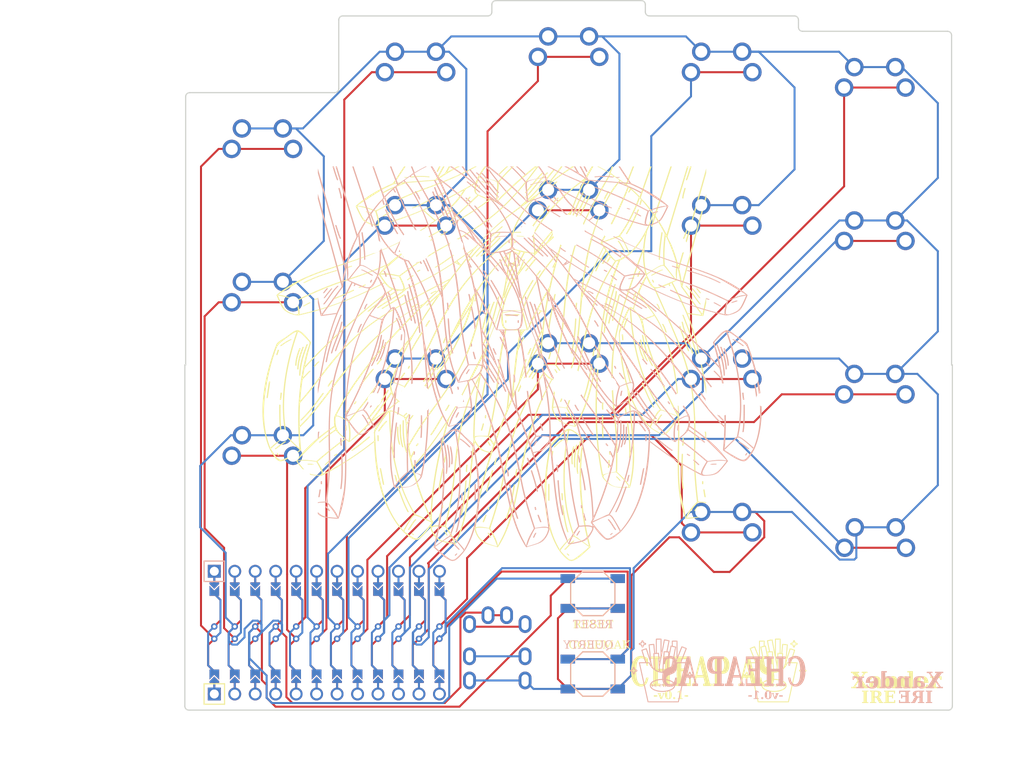
<source format=kicad_pcb>
(kicad_pcb (version 20221018) (generator pcbnew)
  (title_block (title "chips-34") (rev "v1.0.0") (company "Unknown"))
  (layers (0 "F.Cu" signal) (31 "B.Cu" signal) (34 "B.Paste" user) (35 "F.Paste" user) (36 "B.SilkS" user "B.Silkscreen") (37 "F.SilkS" user "F.Silkscreen") (38 "B.Mask" user) (39 "F.Mask" user) (44 "Edge.Cuts" user))
  (net 0 "")
  (net 1 "GND")
  (net 2 "matrix_pinky_bottom")
  (net 3 "matrix_pinky_home")
  (net 4 "matrix_pinky_top")
  (net 5 "matrix_ring_bottom")
  (net 6 "matrix_ring_home")
  (net 7 "matrix_ring_top")
  (net 8 "matrix_middle_bottom")
  (net 9 "matrix_middle_home")
  (net 10 "matrix_middle_top")
  (net 11 "matrix_index_bottom")
  (net 12 "matrix_index_home")
  (net 13 "matrix_index_top")
  (net 14 "matrix_inner_bottom")
  (net 15 "matrix_inner_home")
  (net 16 "matrix_inner_top")
  (net 17 "thumb_resting")
  (net 18 "thumb_stretch")
  (net 19 "RAW")
  (net 20 "RST")
  (net 21 "VCC")
  (net 22 "P9")
  (net 23 "P2")
  (net 24 "P3")
  (footprint "E73:SW_TACT_ALPS_SKQGABE010" (layer "F.Cu") (at 216.36 163.16)
    (fp_text reference "B1" hide)
    (fp_text value "" hide)
  )
  (footprint "MX" (layer "F.Cu") (at 194.36 100.965)
    (fp_text reference "S6" hide)
    (fp_text value "" hide)
  )
  (footprint "MX" (layer "F.Cu") (at 194.36 139.065)
    (fp_text reference "S4" hide)
    (fp_text value "" hide)
  )
  (footprint "LOGO" (layer "F.Cu") (at 238.76 172.72)
    (fp_text reference "G***" hide)
    (fp_text value "LOGO" hide)
  )
  (footprint "MX" (layer "F.Cu") (at 251.41 160.02)
    (fp_text reference "S16" hide)
    (fp_text value "" hide)
  )
  (footprint "E73:SW_TACT_ALPS_SKQGABE010" (layer "F.Cu") (at 216.36 173.16)
    (fp_text reference "B3" hide)
    (fp_text value "" hide)
  )
  (footprint "MX" (layer "F.Cu") (at 175.36 129.54)
    (fp_text reference "S2" hide)
    (fp_text value "" hide)
  )
  (footprint "ProMicro" (layer "F.Cu") (at 183.36 168.021)
    (fp_text reference "MCU1" hide)
    (fp_text value "")
  )
  (footprint "MX" (layer "F.Cu") (at 213.36 137.16)
    (fp_text reference "S7" hide)
    (fp_text value "" hide)
  )
  (footprint "E73:SW_TACT_ALPS_SKQGABE010" (layer "F.Cu") (at 216.36 173.16)
    (fp_text reference "B4" hide)
    (fp_text value "" hide)
  )
  (footprint "MX" (layer "F.Cu") (at 175.36 110.49)
    (fp_text reference "S3" hide)
    (fp_text value "" hide)
  )
  (footprint "MX" (layer "F.Cu") (at 175.36 148.59)
    (fp_text reference "S1" hide)
    (fp_text value "" hide)
  )
  (footprint "LOGO" (layer "F.Cu") (at 185.42 140.098572 180)
    (fp_text reference "G***" hide)
    (fp_text value "LOGO" hide)
  )
  (footprint "MX" (layer "F.Cu") (at 213.36 118.11)
    (fp_text reference "S8" hide)
    (fp_text value "" hide)
  )
  (footprint "MX" (layer "F.Cu") (at 251.36 121.92)
    (fp_text reference "S14" hide)
    (fp_text value "" hide)
  )
  (footprint "TRRS-PJ-320A-dual" (layer "F.Cu") (at 203.36 177.16 180)
    (fp_text reference "TRRS1")
    (fp_text value "TRRS-PJ-320A-dual")
  )
  (footprint "MX" (layer "F.Cu") (at 194.36 120.015)
    (fp_text reference "S5" hide)
    (fp_text value "" hide)
  )
  (footprint "MX" (layer "F.Cu") (at 232.36 139.065)
    (fp_text reference "S10" hide)
    (fp_text value "" hide)
  )
  (footprint "MX" (layer "F.Cu") (at 232.36 158.115)
    (fp_text reference "S17" hide)
    (fp_text value "" hide)
  )
  (footprint "MX" (layer "F.Cu") (at 251.36 140.97)
    (fp_text reference "S13" hide)
    (fp_text value "" hide)
  )
  (footprint "MX" (layer "F.Cu") (at 213.36 99.06)
    (fp_text reference "S9" hide)
    (fp_text value "" hide)
  )
  (footprint "MX" (layer "F.Cu") (at 232.36 100.965)
    (fp_text reference "S12" hide)
    (fp_text value "" hide)
  )
  (footprint "E73:SW_TACT_ALPS_SKQGABE010" (layer "F.Cu") (at 216.36 163.16)
    (fp_text reference "B2" hide)
    (fp_text value "" hide)
  )
  (footprint "MX" (layer "F.Cu") (at 232.36 120.015)
    (fp_text reference "S11" hide)
    (fp_text value "" hide)
  )
  (footprint "MX" (layer "F.Cu") (at 251.36 102.87)
    (fp_text reference "S15" hide)
    (fp_text value "" hide)
  )
  (footprint "LOGO" (layer "B.Cu") (at 227.257339 140.098572)
    (fp_text reference "G***" hide)
    (fp_text value "LOGO" hide)
  )
  (footprint "LOGO" (layer "B.Cu") (at 225.098166 172.72 180)
    (fp_text reference "G***" hide)
    (fp_text value "LOGO" hide)
  )
  (gr_arc (start 203.835 90.94) (mid 203.688553 91.293553) (end 203.335 91.44) (stroke (width 0.15)) (layer "Edge.Cuts"))
  (gr_arc (start 165.835 101.465) (mid 165.981447 101.111447) (end 166.335 100.965) (stroke (width 0.15)) (layer "Edge.Cuts"))
  (gr_line (start 241.385 91.44) (end 223.385 91.44) (stroke (width 0.15)) (layer "Edge.Cuts"))
  (gr_arc (start 184.835 91.94) (mid 184.981447 91.586447) (end 185.335 91.44) (stroke (width 0.15)) (layer "Edge.Cuts"))
  (gr_line (start 165.735 134.77875) (end 165.735 177.14125) (stroke (width 0.15)) (layer "Edge.Cuts"))
  (gr_arc (start 260.385 93.345) (mid 260.738553 93.491447) (end 260.885 93.845) (stroke (width 0.15)) (layer "Edge.Cuts"))
  (gr_line (start 260.885 134.77875) (end 260.885 93.845) (stroke (width 0.15)) (layer "Edge.Cuts"))
  (gr_line (start 260.385 93.345) (end 242.385 93.345) (stroke (width 0.15)) (layer "Edge.Cuts"))
  (gr_line (start 222.885 90.94) (end 222.885 90.035) (stroke (width 0.15)) (layer "Edge.Cuts"))
  (gr_arc (start 223.385 91.44) (mid 223.031447 91.293553) (end 222.885 90.94) (stroke (width 0.15)) (layer "Edge.Cuts"))
  (gr_line (start 165.835 134.77875) (end 165.835 101.465) (stroke (width 0.15)) (layer "Edge.Cuts"))
  (gr_line (start 203.335 91.44) (end 185.335 91.44) (stroke (width 0.15)) (layer "Edge.Cuts"))
  (gr_arc (start 242.385 93.345) (mid 242.031447 93.198553) (end 241.885 92.845) (stroke (width 0.15)) (layer "Edge.Cuts"))
  (gr_line (start 184.835 91.94) (end 184.835 100.465) (stroke (width 0.15)) (layer "Edge.Cuts"))
  (gr_line (start 260.985 134.77875) (end 260.885 134.77875) (stroke (width 0.15)) (layer "Edge.Cuts"))
  (gr_line (start 166.235 177.64125) (end 260.485 177.64125) (stroke (width 0.15)) (layer "Edge.Cuts"))
  (gr_arc (start 184.835 100.465) (mid 184.688553 100.818553) (end 184.335 100.965) (stroke (width 0.15)) (layer "Edge.Cuts"))
  (gr_arc (start 241.385 91.44) (mid 241.738553 91.586447) (end 241.885 91.94) (stroke (width 0.15)) (layer "Edge.Cuts"))
  (gr_line (start 222.385 89.535) (end 204.335 89.535) (stroke (width 0.15)) (layer "Edge.Cuts"))
  (gr_line (start 203.835 90.035) (end 203.835 90.94) (stroke (width 0.15)) (layer "Edge.Cuts"))
  (gr_arc (start 203.835 90.035) (mid 203.981447 89.681447) (end 204.335 89.535) (stroke (width 0.15)) (layer "Edge.Cuts"))
  (gr_line (start 260.985 177.14125) (end 260.985 134.77875) (stroke (width 0.15)) (layer "Edge.Cuts"))
  (gr_arc (start 166.235 177.64125) (mid 165.881447 177.494803) (end 165.735 177.14125) (stroke (width 0.15)) (layer "Edge.Cuts"))
  (gr_arc (start 222.385 89.535) (mid 222.738553 89.681447) (end 222.885 90.035) (stroke (width 0.15)) (layer "Edge.Cuts"))
  (gr_line (start 165.835 134.77875) (end 165.735 134.77875) (stroke (width 0.15)) (layer "Edge.Cuts"))
  (gr_line (start 184.335 100.965) (end 166.335 100.965) (stroke (width 0.15)) (layer "Edge.Cuts"))
  (gr_arc (start 260.985 177.14125) (mid 260.838553 177.494803) (end 260.485 177.64125) (stroke (width 0.15)) (layer "Edge.Cuts"))
  (gr_line (start 241.885 92.845) (end 241.885 91.94) (stroke (width 0.15)) (layer "Edge.Cuts"))
  (gr_text "QUERTY" (at 218.94 170.18) (layer "B.SilkS") (effects (font (size 1 1) (thickness 0.125)) (justify left bottom mirror)))
  (gr_text "Xander" (at 254.25 175.26) (layer "B.SilkS") (effects (font (size 2 2) (thickness 0.3) bold italic) (justify bottom mirror)))
  (gr_text "IRE" (at 254.25 175.26) (layer "B.SilkS") (effects (font (size 1.5 1.5) (thickness 0.3) bold italic) (justify right top mirror)))
  (gr_text "CHEAP AS" (at 242.878166 175.26) (layer "B.SilkS") (effects (font (size 3.6 2.2) (thickness 0.3) bold) (justify left bottom mirror)))
  (gr_text "-v0.1-" (at 237.798166 175.26) (layer "B.SilkS") (effects (font (size 1 1) (thickness 0.25) bold) (justify top mirror)))
  (gr_text "RESET" (at 216.4 167.64) (layer "B.SilkS") (effects (font (size 1 1) (thickness 0.125)) (justify bottom mirror)))
  (gr_text "-v0.1-" (at 226.06 175.26) (layer "F.SilkS") (effects (font (size 1 1) (thickness 0.25) bold) (justify top)))
  (gr_text "COLEMAK" (at 213.36 170.18) (layer "F.SilkS") (effects (font (size 1 1) (thickness 0.125)) (justify left bottom)))
  (gr_text "Xander" (at 254 175.26) (layer "F.SilkS") (effects (font (size 2 2) (thickness 0.3) bold italic) (justify bottom)))
  (gr_text "CHEAP AS" (at 220.98 175.26) (layer "F.SilkS") (effects (font (size 3.6 2.2) (thickness 0.3) bold) (justify left bottom)))
  (gr_text "RESET" (at 216.4 167.64) (layer "F.SilkS") (effects (font (size 1 1) (thickness 0.125)) (justify bottom)))
  (gr_text "IRE" (at 254 175.26) (layer "F.SilkS") (effects (font (size 1.5 1.5) (thickness 0.3) bold italic) (justify right top)))
  (segment (start 219.46 175.01) (end 213.26 175.01) (width 0.25) (layer "F.Cu") (net 1))
  (segment (start 237.638 154.156554) (end 236.516446 153.035) (width 0.25) (layer "F.Cu") (net 1))
  (segment (start 212.035 173.785) (end 212.035 166.235) (width 0.25) (layer "F.Cu") (net 1))
  (segment (start 212.035 166.235) (end 213.26 165.01) (width 0.25) (layer "F.Cu") (net 1))
  (segment (start 225.865868 156.183066) (end 227.082 156.183066) (width 0.25) (layer "F.Cu") (net 1))
  (segment (start 236.516446 153.035) (end 234.9 153.035) (width 0.25) (layer "F.Cu") (net 1))
  (segment (start 221.135 173.335) (end 221.135 160.913934) (width 0.25) (layer "F.Cu") (net 1))
  (segment (start 227.082 156.183066) (end 229.9911 159.092166) (width 0.25) (layer "F.Cu") (net 1))
  (segment (start 221.135 160.913934) (end 225.865868 156.183066) (width 0.25) (layer "F.Cu") (net 1))
  (segment (start 231.378769 160.4839) (end 233.341231 160.4839) (width 0.25) (layer "F.Cu") (net 1))
  (segment (start 234.7289 159.092166) (end 237.638 156.183066) (width 0.25) (layer "F.Cu") (net 1))
  (segment (start 229.9911 159.096231) (end 231.378769 160.4839) (width 0.25) (layer "F.Cu") (net 1))
  (segment (start 219.46 175.01) (end 221.135 173.335) (width 0.25) (layer "F.Cu") (net 1))
  (segment (start 229.9911 159.092166) (end 229.9911 159.096231) (width 0.25) (layer "F.Cu") (net 1))
  (segment (start 213.26 165.01) (end 219.46 165.01) (width 0.25) (layer "F.Cu") (net 1))
  (segment (start 237.638 156.183066) (end 237.638 154.156554) (width 0.25) (layer "F.Cu") (net 1))
  (segment (start 234.7289 159.096231) (end 234.7289 159.092166) (width 0.25) (layer "F.Cu") (net 1))
  (segment (start 213.26 175.01) (end 212.035 173.785) (width 0.25) (layer "F.Cu") (net 1))
  (segment (start 233.341231 160.4839) (end 234.7289 159.096231) (width 0.25) (layer "F.Cu") (net 1))
  (segment (start 248.87 154.94) (end 253.95 154.94) (width 0.25) (layer "B.Cu") (net 1))
  (segment (start 198.516446 95.885) (end 200.6659 98.034454) (width 0.25) (layer "B.Cu") (net 1))
  (segment (start 196.9 95.885) (end 198.516446 95.885) (width 0.25) (layer "B.Cu") (net 1))
  (segment (start 248.822 158.948) (end 249.068 158.702) (width 0.25) (layer "B.Cu") (net 1))
  (segment (start 180.44 143.51) (end 177.9 143.51) (width 0.25) (layer "B.Cu") (net 1))
  (segment (start 221.43 169.976396) (end 221.43 160.02) (width 0.25) (layer "B.Cu") (net 1))
  (segment (start 249.068 158.702) (end 249.068 155.138) (width 0.25) (layer "B.Cu") (net 1))
  (segment (start 227.915 132.08) (end 229.82 133.985) (width 0.25) (layer "B.Cu") (net 1))
  (segment (start 221.103198 173.366802) (end 221.103198 170.303198) (width 0.25) (layer "B.Cu") (net 1))
  (segment (start 177.9 143.51) (end 172.82 143.51) (width 0.25) (layer "B.Cu") (net 1))
  (segment (start 256.64 135.89) (end 253.9 135.89) (width 0.25) (layer "B.Cu") (net 1))
  (segment (start 173.146 168.592305) (end 173.146 167.557695) (width 0.25) (layer "B.Cu") (net 1))
  (segment (start 167.64 154.94) (end 167.64 147.32) (width 0.25) (layer "B.Cu") (net 1))
  (segment (start 196.9 95.885) (end 191.82 95.885) (width 0.25) (layer "B.Cu") (net 1))
  (segment (start 171.205 167.984) (end 171.205 169.083305) (width 0.25) (layer "B.Cu") (net 1))
  (segment (start 241.4 100.33) (end 236.955 95.885) (width 0.25) (layer "B.Cu") (net 1))
  (segment (start 215.9 113.03) (end 210.82 113.03) (width 0.25) (layer "B.Cu") (net 1))
  (segment (start 213.26 175.01) (end 216 175.01) (width 0.25) (layer "B.Cu") (net 1))
  (segment (start 210.82 93.98) (end 198.805 93.98) (width 0.25) (layer "B.Cu") (net 1))
  (segment (start 259.18 102.263934) (end 254.706066 97.79) (width 0.25) (layer "B.Cu") (net 1))
  (segment (start 171.93 167.259) (end 171.205 167.984) (width 0.25) (layer "B.Cu") (net 1))
  (segment (start 172.230305 169.508) (end 173.146 168.592305) (width 0.25) (layer "B.Cu") (net 1))
  (segment (start 174.47 168.773695) (end 176.709695 166.534) (width 0.25) (layer "B.Cu") (net 1))
  (segment (start 198.805 93.98) (end 196.9 95.885) (width 0.25) (layer "B.Cu") (net 1))
  (segment (start 229.82 133.985) (end 246.965 116.84) (width 0.25) (layer "B.Cu") (net 1))
  (segment (start 259.18 111.56) (end 259.18 102.263934) (width 0.25) (layer "B.Cu") (net 1))
  (segment (start 182.98 119.38) (end 177.9 124.46) (width 0.25) (layer "B.Cu") (net 1))
  (segment (start 234.9 114.935) (end 236.955 114.935) (width 0.25) (layer "B.Cu") (net 1))
  (segment (start 248.82 116.84) (end 253.9 116.84) (width 0.25) (layer "B.Cu") (net 1))
  (segment (start 181.6659 126.609454) (end 181.6659 142.2841) (width 0.25) (layer "B.Cu") (net 1))
  (segment (start 221.103198 170.303198) (end 221.43 169.976396) (width 0.25) (layer "B.Cu") (net 1))
  (segment (start 234.9 153.035) (end 241.078934 153.035) (width 0.25) (layer "B.Cu") (net 1))
  (segment (start 253.9 135.89) (end 248.82 135.89) (width 0.25) (layer "B.Cu") (net 1))
  (segment (start 181.6659 142.2841) (end 180.44 143.51) (width 0.25) (layer "B.Cu") (net 1))
  (segment (start 170.805 166.134) (end 171.93 167.259) (width 0.25) (layer "B.Cu") (net 1))
  (segment (start 177.310305 166.534) (end 177.8 167.023695) (width 0.25) (layer "B.Cu") (net 1))
  (segment (start 229.82 153.035) (end 234.9 153.035) (width 0.25) (layer "B.Cu") (net 1))
  (segment (start 180.383996 105.41) (end 177.9 105.41) (width 0.25) (layer "B.Cu") (net 1))
  (segment (start 259.18 130.61) (end 259.18 120.65) (width 0.25) (layer "B.Cu") (net 1))
  (segment (start 253.95 154.94) (end 259.18 149.71) (width 0.25) (layer "B.Cu") (net 1))
  (segment (start 246.991934 158.948) (end 248.822 158.948) (width 0.25) (layer "B.Cu") (net 1))
  (segment (start 255.37 116.84) (end 253.9 116.84) (width 0.25) (layer "B.Cu") (net 1))
  (segment (start 202.615 128.27) (end 196.9 133.985) (width 0.25) (layer "B.Cu") (net 1))
  (segment (start 236.955 95.885) (end 234.9 95.885) (width 0.25) (layer "B.Cu") (net 1))
  (segment (start 253.9 97.79) (end 248.82 97.79) (width 0.25) (layer "B.Cu") (net 1))
  (segment (start 249.068 155.138) (end 248.87 154.94) (width 0.25) (layer "B.Cu") (net 1))
  (segment (start 177.9 124.46) (end 172.82 124.46) (width 0.25) (layer "B.Cu") (net 1))
  (segment (start 177.8 167.023695) (end 177.8 167.993) (width 0.25) (layer "B.Cu") (net 1))
  (segment (start 241.4 110.49) (end 241.4 100.33) (width 0.25) (layer "B.Cu") (net 1))
  (segment (start 200.6659 111.1691) (end 196.9 114.935) (width 0.25) (layer "B.Cu") (net 1))
  (segment (start 234.9 95.885) (end 229.82 95.885) (width 0.25) (layer "B.Cu") (net 1))
  (segment (start 236.955 114.935) (end 241.4 110.49) (width 0.25) (layer "B.Cu") (net 1))
  (segment (start 176.709695 166.534) (end 177.310305 166.534) (width 0.25) (layer "B.Cu") (net 1))
  (segment (start 173.146 167.557695) (end 174.169695 166.534) (width 0.25) (layer "B.Cu") (net 1))
  (segment (start 229.82 95.885) (end 227.915 93.98) (width 0.25) (layer "B.Cu") (net 1))
  (segment (start 209.01 175.01) (end 207.96 173.96) (width 0.25) (layer "B.Cu") (net 1))
  (segment (start 248.82 135.89) (end 246.915 133.985) (width 0.25) (layer "B.Cu") (net 1))
  (segment (start 216 165.01) (end 219.46 165.01) (width 0.25) (layer "B.Cu") (net 1))
  (segment (start 217.516446 93.98) (end 219.6659 96.129454) (width 0.25) (layer "B.Cu") (net 1))
  (segment (start 202.85 128.27) (end 202.615 128.27) (width 0.25) (layer "B.Cu") (net 1))
  (segment (start 215.9 93.98) (end 210.82 93.98) (width 0.25) (layer "B.Cu") (net 1))
  (segment (start 196.9 114.935) (end 191.82 114.935) (width 0.25) (layer "B.Cu") (net 1))
  (segment (start 196.9 114.935) (end 198.516446 114.935) (width 0.25) (layer "B.Cu") (net 1))
  (segment (start 175.26 167.023695) (end 175.26 167.993) (width 0.25) (layer "B.Cu") (net 1))
  (segment (start 171.45 143.51) (end 172.82 143.51) (width 0.25) (layer "B.Cu") (net 1))
  (segment (start 246.965 116.84) (end 248.82 116.84) (width 0.25) (layer "B.Cu") (net 1))
  (segment (start 228.415 153.035) (end 229.82 153.035) (width 0.25) (layer "B.Cu") (net 1))
  (segment (start 177.9 105.41) (end 179.516446 105.41) (width 0.25) (layer "B.Cu") (net 1))
  (segment (start 221.43 160.02) (end 228.415 153.035) (width 0.25) (layer "B.Cu") (net 1))
  (segment (start 189.908996 95.885) (end 180.383996 105.41) (width 0.25) (layer "B.Cu") (net 1))
  (segment (start 210.82 132.08) (end 215.9 132.08) (width 0.25) (layer "B.Cu") (net 1))
  (segment (start 171.205 169.083305) (end 171.629695 169.508) (width 0.25) (layer "B.Cu") (net 1))
  (segment (start 177.8 167.993) (end 177.01 168.783) (width 0.25) (layer "B.Cu") (net 1))
  (segment (start 179.516446 124.46) (end 181.6659 126.609454) (width 0.25) (layer "B.Cu") (net 1))
  (segment (start 191.82 95.885) (end 189.908996 95.885) (width 0.25) (layer "B.Cu") (net 1))
  (segment (start 219.6659 96.129454) (end 219.6659 109.2641) (width 0.25) (layer "B.Cu") (net 1))
  (segment (start 259.18 149.71) (end 259.18 138.43) (width 0.25) (layer "B.Cu") (net 1))
  (segment (start 246.915 95.885) (end 234.9 95.885) (width 0.25) (layer "B.Cu") (net 1))
  (segment (start 167.64 147.32) (end 171.45 143.51) (width 0.25) (layer "B.Cu") (net 1))
  (segment (start 229.82 114.935) (end 234.9 114.935) (width 0.25) (layer "B.Cu") (net 1))
  (segment (start 219.6659 109.2641) (end 215.9 113.03) (width 0.25) (layer "B.Cu") (net 1))
  (segment (start 215.9 93.98) (end 217.516446 93.98) (width 0.25) (layer "B.Cu") (net 1))
  (segment (start 213.26 175.01) (end 209.01 175.01) (width 0.25) (layer "B.Cu") (net 1))
  (segment (start 248.82 97.79) (end 246.915 95.885) (width 0.25) (layer "B.Cu") (net 1))
  (segment (start 253.9 116.84) (end 259.18 111.56) (width 0.25) (layer "B.Cu") (net 1))
  (segment (start 177.9 105.41) (end 172.82 105.41) (width 0.25) (layer "B.Cu") (net 1))
  (segment (start 259.18 138.43) (end 256.64 135.89) (width 0.25) (layer "B.Cu") (net 1))
  (segment (start 177.9 124.46) (end 179.516446 124.46) (width 0.25) (layer "B.Cu") (net 1))
  (segment (start 202.85 119.268554) (end 202.85 128.27) (width 0.25) (layer "B.Cu") (net 1))
  (segment (start 254.706066 97.79) (end 253.9 97.79) (width 0.25) (layer "B.Cu") (net 1))
  (segment (start 179.516446 105.41) (end 182.98 108.873554) (width 0.25) (layer "B.Cu") (net 1))
  (segment (start 213.26 165.01) (end 216 165.01) (width 0.25) (layer "B.Cu") (net 1))
  (segment (start 200.6659 98.034454) (end 200.6659 111.1691) (width 0.25) (layer "B.Cu") (net 1))
  (segment (start 259.18 120.65) (end 255.37 116.84) (width 0.25) (layer "B.Cu") (net 1))
  (segment (start 171.629695 169.508) (end 172.230305 169.508) (width 0.25) (layer "B.Cu") (net 1))
  (segment (start 207.96 173.96) (end 201.06 173.96) (width 0.25) (layer "B.Cu") (net 1))
  (segment (start 253.9 135.89) (end 259.18 130.61) (width 0.25) (layer "B.Cu") (net 1))
  (segment (start 198.516446 114.935) (end 202.85 119.268554) (width 0.25) (layer "B.Cu") (net 1))
  (segment (start 215.9 132.08) (end 227.915 132.08) (width 0.25) (layer "B.Cu") (net 1))
  (segment (start 196.9 133.985) (end 191.82 133.985) (width 0.25) (layer "B.Cu") (net 1))
  (segment (start 227.915 93.98) (end 215.9 93.98) (width 0.25) (layer "B.Cu") (net 1))
  (segment (start 170.805 158.105) (end 167.64 154.94) (width 0.25) (layer "B.Cu") (net 1))
  (segment (start 241.078934 153.035) (end 246.991934 158.948) (width 0.25) (layer "B.Cu") (net 1))
  (segment (start 219.46 175.01) (end 221.103198 173.366802) (width 0.25) (layer "B.Cu") (net 1))
  (segment (start 174.47 168.783) (end 174.47 168.773695) (width 0.25) (layer "B.Cu") (net 1))
  (segment (start 229.013934 153.035) (end 229.82 153.035) (width 0.25) (layer "B.Cu") (net 1))
  (segment (start 174.169695 166.534) (end 174.770305 166.534) (width 0.25) (layer "B.Cu") (net 1))
  (segment (start 246.915 133.985) (end 234.9 133.985) (width 0.25) (layer "B.Cu") (net 1))
  (segment (start 216 175.01) (end 219.46 175.01) (width 0.25) (layer "B.Cu") (net 1))
  (segment (start 175.26 167.993) (end 174.47 168.783) (width 0.25) (layer "B.Cu") (net 1))
  (segment (start 182.98 108.873554) (end 182.98 119.38) (width 0.25) (layer "B.Cu") (net 1))
  (segment (start 174.770305 166.534) (end 175.26 167.023695) (width 0.25) (layer "B.Cu") (net 1))
  (segment (start 170.805 166.134) (end 170.805 158.105) (width 0.25) (layer "B.Cu") (net 1))
  (segment (start 179.17 146.05) (end 171.55 146.05) (width 0.25) (layer "F.Cu") (net 2))
  (segment (start 178.425 167.658) (end 179.55 168.783) (width 0.25) (layer "F.Cu") (net 2))
  (segment (start 179.17 146.05) (end 178.425 146.795) (width 0.25) (layer "F.Cu") (net 2))
  (segment (start 178.425 146.795) (end 178.425 160.765) (width 0.25) (layer "F.Cu") (net 2))
  (segment (start 178.425 160.765) (end 178.425 167.658) (width 0.25) (layer "F.Cu") (net 2))
  (segment (start 170.606 157.486009) (end 170.606 167.459) (width 0.25) (layer "F.Cu") (net 3))
  (segment (start 170.606 167.459) (end 171.93 168.783) (width 0.25) (layer "F.Cu") (net 3))
  (segment (start 168.19 155.070009) (end 170.606 157.486009) (width 0.25) (layer "F.Cu") (net 3))
  (segment (start 171.55 127) (end 169.933554 127) (width 0.25) (layer "F.Cu") (net 3))
  (segment (start 168.19 128.743554) (end 168.19 155.070009) (width 0.25) (layer "F.Cu") (net 3))
  (segment (start 179.17 127) (end 171.55 127) (width 0.25) (layer "F.Cu") (net 3))
  (segment (start 169.933554 127) (end 168.19 128.743554) (width 0.25) (layer "F.Cu") (net 3))
  (segment (start 171.55 107.95) (end 169.933554 107.95) (width 0.25) (layer "F.Cu") (net 4))
  (segment (start 179.17 107.95) (end 171.55 107.95) (width 0.25) (layer "F.Cu") (net 4))
  (segment (start 167.74 110.143554) (end 167.74 167.133) (width 0.25) (layer "F.Cu") (net 4))
  (segment (start 169.933554 107.95) (end 167.74 110.143554) (width 0.25) (layer "F.Cu") (net 4))
  (segment (start 167.74 167.133) (end 169.39 168.783) (width 0.25) (layer "F.Cu") (net 4))
  (segment (start 183.306 167.567) (end 183.306 148.09408) (width 0.25) (layer "F.Cu") (net 5))
  (segment (start 183.306 148.09408) (end 190.55 140.85008) (width 0.25) (layer "F.Cu") (net 5))
  (segment (start 182.09 168.783) (end 183.306 167.567) (width 0.25) (layer "F.Cu") (net 5))
  (segment (start 190.55 140.85008) (end 190.55 136.525) (width 0.25) (layer "F.Cu") (net 5))
  (segment (start 198.17 136.525) (end 190.55 136.525) (width 0.25) (layer "F.Cu") (net 5))
  (segment (start 198.17 117.475) (end 190.55 117.475) (width 0.25) (layer "F.Cu") (net 6))
  (segment (start 180.965 166.134) (end 180.965 149.798684) (width 0.25) (layer "B.Cu") (net 6))
  (segment (start 182.09 167.259) (end 180.965 166.134) (width 0.25) (layer "B.Cu") (net 6))
  (segment (start 185.52 145.243684) (end 185.52 122.041316) (width 0.25) (layer "B.Cu") (net 6))
  (segment (start 185.52 122.041316) (end 190.086316 117.475) (width 0.25) (layer "B.Cu") (net 6))
  (segment (start 180.965 149.798684) (end 185.52 145.243684) (width 0.25) (layer "B.Cu") (net 6))
  (segment (start 190.086316 117.475) (end 190.55 117.475) (width 0.25) (layer "B.Cu") (net 6))
  (segment (start 180.675 166.134) (end 180.675 150.088684) (width 0.25) (layer "F.Cu") (net 7))
  (segment (start 180.675 150.088684) (end 185.52 145.243684) (width 0.25) (layer "F.Cu") (net 7))
  (segment (start 198.17 98.425) (end 190.55 98.425) (width 0.25) (layer "F.Cu") (net 7))
  (segment (start 185.52 101.838554) (end 188.933554 98.425) (width 0.25) (layer "F.Cu") (net 7))
  (segment (start 185.52 145.243684) (end 185.52 101.838554) (width 0.25) (layer "F.Cu") (net 7))
  (segment (start 179.55 167.259) (end 180.675 166.134) (width 0.25) (layer "F.Cu") (net 7))
  (segment (start 188.933554 98.425) (end 190.55 98.425) (width 0.25) (layer "F.Cu") (net 7))
  (segment (start 188.386 167.567) (end 187.17 168.783) (width 0.25) (layer "F.Cu") (net 8))
  (segment (start 217.17 134.62) (end 209.55 134.62) (width 0.25) (layer "F.Cu") (net 8))
  (segment (start 209.55 134.62) (end 209.55 137.817386) (width 0.25) (layer "F.Cu") (net 8))
  (segment (start 188.386 158.981386) (end 188.386 167.567) (width 0.25) (layer "F.Cu") (net 8))
  (segment (start 209.55 137.817386) (end 188.386 158.981386) (width 0.25) (layer "F.Cu") (net 8))
  (segment (start 217.17 115.57) (end 209.55 115.57) (width 0.25) (layer "F.Cu") (net 9))
  (segment (start 209.086316 115.57) (end 209.55 115.57) (width 0.25) (layer "B.Cu") (net 9))
  (segment (start 183.505 158.225) (end 203.3 138.43) (width 0.25) (layer "B.Cu") (net 9))
  (segment (start 183.505 166.134) (end 183.505 158.225) (width 0.25) (layer "B.Cu") (net 9))
  (segment (start 203.3 121.356316) (end 209.086316 115.57) (width 0.25) (layer "B.Cu") (net 9))
  (segment (start 203.3 138.43) (end 203.3 121.356316) (width 0.25) (layer "B.Cu") (net 9))
  (segment (start 184.63 167.259) (end 183.505 166.134) (width 0.25) (layer "B.Cu") (net 9))
  (segment (start 209.55 99.523684) (end 203.3 105.773684) (width 0.25) (layer "F.Cu") (net 10))
  (segment (start 217.17 96.52) (end 209.55 96.52) (width 0.25) (layer "F.Cu") (net 10))
  (segment (start 203.3 138.43) (end 185.755 155.975) (width 0.25) (layer "F.Cu") (net 10))
  (segment (start 185.846 156.066) (end 185.846 167.567) (width 0.25) (layer "F.Cu") (net 10))
  (segment (start 209.55 96.52) (end 209.55 99.523684) (width 0.25) (layer "F.Cu") (net 10))
  (segment (start 203.3 105.773684) (end 203.3 138.43) (width 0.25) (layer "F.Cu") (net 10))
  (segment (start 185.755 155.975) (end 185.846 156.066) (width 0.25) (layer "F.Cu") (net 10))
  (segment (start 185.846 167.567) (end 184.63 168.783) (width 0.25) (layer "F.Cu") (net 10))
  (segment (start 236.17 136.525) (end 228.55 136.525) (width 0.25) (layer "F.Cu") (net 11))
  (segment (start 190.435 166.535) (end 191.125 165.845) (width 0.25) (layer "B.Cu") (net 11))
  (segment (start 189.71 168.783) (end 190.435 168.058) (width 0.25) (layer "B.Cu") (net 11))
  (segment (start 190.435 168.058) (end 190.435 166.535) (width 0.25) (layer "B.Cu") (net 11))
  (segment (start 222.488554 140.97) (end 226.933554 136.525) (width 0.25) (layer "B.Cu") (net 11))
  (segment (start 226.933554 136.525) (end 228.55 136.525) (width 0.25) (layer "B.Cu") (net 11))
  (segment (start 191.125 165.845) (end 191.125 159.935009) (width 0.25) (layer "B.Cu") (net 11))
  (segment (start 210.090009 140.97) (end 222.488554 140.97) (width 0.25) (layer "B.Cu") (net 11))
  (segment (start 191.125 159.935009) (end 210.090009 140.97) (width 0.25) (layer "B.Cu") (net 11))
  (segment (start 208.38 140.97) (end 190.835 158.515) (width 0.25) (layer "F.Cu") (net 12))
  (segment (start 228.55 117.475) (end 228.55 130.96) (width 0.25) (layer "F.Cu") (net 12))
  (segment (start 190.835 166.134) (end 189.71 167.259) (width 0.25) (layer "F.Cu") (net 12))
  (segment (start 218.54 140.97) (end 208.38 140.97) (width 0.25) (layer "F.Cu") (net 12))
  (segment (start 190.835 158.515) (end 190.835 166.134) (width 0.25) (layer "F.Cu") (net 12))
  (segment (start 236.17 117.475) (end 228.55 117.475) (width 0.25) (layer "F.Cu") (net 12))
  (segment (start 228.55 130.96) (end 218.54 140.97) (width 0.25) (layer "F.Cu") (net 12))
  (segment (start 236.17 98.425) (end 228.55 98.425) (width 0.25) (layer "F.Cu") (net 13))
  (segment (start 218.54 120.65) (end 223.62 120.65) (width 0.25) (layer "B.Cu") (net 13))
  (segment (start 186.045 156.321396) (end 205.84 136.526396) (width 0.25) (layer "B.Cu") (net 13))
  (segment (start 223.62 120.65) (end 223.62 106.358684) (width 0.25) (layer "B.Cu") (net 13))
  (segment (start 228.55 101.428684) (end 228.55 98.425) (width 0.25) (layer "B.Cu") (net 13))
  (segment (start 205.84 133.35) (end 218.54 120.65) (width 0.25) (layer "B.Cu") (net 13))
  (segment (start 187.17 167.259) (end 186.045 166.134) (width 0.25) (layer "B.Cu") (net 13))
  (segment (start 223.62 106.358684) (end 228.55 101.428684) (width 0.25) (layer "B.Cu") (net 13))
  (segment (start 205.84 136.526396) (end 205.84 133.35) (width 0.25) (layer "B.Cu") (net 13))
  (segment (start 186.045 166.134) (end 186.045 156.321396) (width 0.25) (layer "B.Cu") (net 13))
  (segment (start 196.006 159.506) (end 196.006 167.567) (width 0.25) (layer "F.Cu") (net 14))
  (segment (start 196.006 167.567) (end 194.79 168.783) (width 0.25) (layer "F.Cu") (net 14))
  (segment (start 247.55 138.43) (end 239.808684 138.43) (width 0.25) (layer "F.Cu") (net 14))
  (segment (start 213.46 141.87) (end 195.915 159.415) (width 0.25) (layer "F.Cu") (net 14))
  (segment (start 195.915 159.415) (end 196.006 159.506) (width 0.25) (layer "F.Cu") (net 14))
  (segment (start 247.55 138.43) (end 255.17 138.43) (width 0.25) (layer "F.Cu") (net 14))
  (segment (start 239.808684 138.43) (end 236.368684 141.87) (width 0.25) (layer "F.Cu") (net 14))
  (segment (start 236.368684 141.87) (end 213.46 141.87) (width 0.25) (layer "F.Cu") (net 14))
  (segment (start 255.17 119.38) (end 247.55 119.38) (width 0.25) (layer "F.Cu") (net 15))
  (segment (start 247.55 119.38) (end 246.554934 119.38) (width 0.25) (layer "B.Cu") (net 15))
  (segment (start 246.554934 119.38) (end 230.018 135.916934) (width 0.25) (layer "B.Cu") (net 15))
  (segment (start 193.665 159.935009) (end 193.665 167.368) (width 0.25) (layer "B.Cu") (net 15))
  (segment (start 210.090009 143.51) (end 193.665 159.935009) (width 0.25) (layer "B.Cu") (net 15))
  (segment (start 224.568684 143.51) (end 210.090009 143.51) (width 0.25) (layer "B.Cu") (net 15))
  (segment (start 230.018 138.060684) (end 224.568684 143.51) (width 0.25) (layer "B.Cu") (net 15))
  (segment (start 193.665 167.368) (end 192.25 168.783) (width 0.25) (layer "B.Cu") (net 15))
  (segment (start 230.018 135.916934) (end 230.018 138.060684) (width 0.25) (layer "B.Cu") (net 15))
  (segment (start 255.17 100.33) (end 247.55 100.33) (width 0.25) (layer "F.Cu") (net 16))
  (segment (start 210.92 141.42) (end 193.665 158.675) (width 0.25) (layer "F.Cu") (net 16))
  (segment (start 247.55 100.33) (end 247.55 112.596396) (width 0.25) (layer "F.Cu") (net 16))
  (segment (start 193.665 165.844) (end 192.25 167.259) (width 0.25) (layer "F.Cu") (net 16))
  (segment (start 247.55 112.596396) (end 218.726396 141.42) (width 0.25) (layer "F.Cu") (net 16))
  (segment (start 193.665 158.675) (end 193.665 165.844) (width 0.25) (layer "F.Cu") (net 16))
  (segment (start 218.726396 141.42) (end 210.92 141.42) (width 0.25) (layer "F.Cu") (net 16))
  (segment (start 255.22 157.48) (end 247.6 157.48) (width 0.25) (layer "F.Cu") (net 17))
  (segment (start 196.006 168.592305) (end 196.006 160.134009) (width 0.25) (layer "B.Cu") (net 17))
  (segment (start 194.065 169.083305) (end 194.489695 169.508) (width 0.25) (layer "B.Cu") (net 17))
  (segment (start 194.065 167.984) (end 194.065 169.083305) (width 0.25) (layer "B.Cu") (net 17))
  (segment (start 212.180009 143.96) (end 234.08 143.96) (width 0.25) (layer "B.Cu") (net 17))
  (segment (start 234.08 143.96) (end 247.6 157.48) (width 0.25) (layer "B.Cu") (net 17))
  (segment (start 195.090305 169.508) (end 196.006 168.592305) (width 0.25) (layer "B.Cu") (net 17))
  (segment (start 196.006 160.134009) (end 212.180009 143.96) (width 0.25) (layer "B.Cu") (net 17))
  (segment (start 194.489695 169.508) (end 195.090305 169.508) (width 0.25) (layer "B.Cu") (net 17))
  (segment (start 194.79 167.259) (end 194.065 167.984) (width 0.25) (layer "B.Cu") (net 17))
  (segment (start 223.62 143.51) (end 216 143.51) (width 0.25) (layer "F.Cu") (net 18))
  (segment (start 227.407 147.297) (end 223.62 143.51) (width 0.25) (layer "F.Cu") (net 18))
  (segment (start 200.76 158.75) (end 200.76 163.829) (width 0.25) (layer "F.Cu") (net 18))
  (segment (start 227.407 154.432) (end 227.407 147.297) (width 0.25) (layer "F.Cu") (net 18))
  (segment (start 228.55 155.575) (end 227.407 154.432) (width 0.25) (layer "F.Cu") (net 18))
  (segment (start 216 143.51) (end 200.76 158.75) (width 0.25) (layer "F.Cu") (net 18))
  (segment (start 200.76 163.829) (end 197.33 167.259) (width 0.25) (layer "F.Cu") (net 18))
  (segment (start 236.17 155.575) (end 228.55 155.575) (width 0.25) (layer "F.Cu") (net 18))
  (segment (start 199.81301 177.216) (end 176.994009 177.216) (width 0.25) (layer "F.Cu") (net 20))
  (segment (start 211.14401 165.885) (end 200.49901 176.53) (width 0.25) (layer "F.Cu") (net 20))
  (segment (start 175.295 168.084) (end 174.47 167.259) (width 0.25) (layer "F.Cu") (net 20))
  (segment (start 200.49901 176.53) (end 199.81301 177.216) (width 0.25) (layer "F.Cu") (net 20))
  (segment (start 176.994009 177.216) (end 175.885 176.106991) (width 0.25) (layer "F.Cu") (net 20))
  (segment (start 219.46 161.31) (end 213.26 161.31) (width 0.25) (layer "F.Cu") (net 20))
  (segment (start 175.885 174.515) (end 175.295 173.925) (width 0.25) (layer "F.Cu") (net 20))
  (segment (start 175.885 176.106991) (end 175.885 174.515) (width 0.25) (layer "F.Cu") (net 20))
  (segment (start 175.295 173.925) (end 175.295 168.084) (width 0.25) (layer "F.Cu") (net 20))
  (segment (start 213.26 161.31) (end 211.14401 163.42599) (width 0.25) (layer "F.Cu") (net 20))
  (segment (start 211.14401 163.42599) (end 211.14401 165.885) (width 0.25) (layer "F.Cu") (net 20))
  (segment (start 198.546 176.015991) (end 197.795991 176.766) (width 0.25) (layer "B.Cu") (net 20))
  (segment (start 173.745 171.205) (end 173.745 167.984) (width 0.25) (layer "B.Cu") (net 20))
  (segment (start 204.45 161.31) (end 198.546 167.214) (width 0.25) (layer "B.Cu") (net 20))
  (segment (start 219.46 161.31) (end 213.26 161.31) (width 0.25) (layer "B.Cu") (net 20))
  (segment (start 176.544009 176.766) (end 175.885 176.106991) (width 0.25) (layer "B.Cu") (net 20))
  (segment (start 198.546 167.214) (end 198.546 176.015991) (width 0.25) (layer "B.Cu") (net 20))
  (segment (start 173.745 167.984) (end 174.47 167.259) (width 0.25) (layer "B.Cu") (net 20))
  (segment (start 175.885 176.106991) (end 175.885 173.345) (width 0.25) (layer "B.Cu") (net 20))
  (segment (start 213.26 161.31) (end 204.45 161.31) (width 0.25) (layer "B.Cu") (net 20))
  (segment (start 175.885 173.345) (end 173.745 171.205) (width 0.25) (layer "B.Cu") (net 20))
  (segment (start 197.795991 176.766) (end 176.544009 176.766) (width 0.25) (layer "B.Cu") (net 20))
  (segment (start 205.66 165.86) (end 203.36 165.86) (width 0.25) (layer "F.Cu") (net 21))
  (segment (start 203.035 165.535) (end 200.59401 165.535) (width 0.25) (layer "F.Cu") (net 21))
  (segment (start 199.935 166.19401) (end 199.935 174.815) (width 0.25) (layer "F.Cu") (net 21))
  (segment (start 197.984 176.766) (end 179.084009 176.766) (width 0.25) (layer "F.Cu") (net 21))
  (segment (start 179.084009 176.766) (end 178.338 176.019991) (width 0.25) (layer "F.Cu") (net 21))
  (segment (start 200.59401 165.535) (end 199.935 166.19401) (width 0.25) (layer "F.Cu") (net 21))
  (segment (start 199.935 174.815) (end 197.984 176.766) (width 0.25) (layer "F.Cu") (net 21))
  (segment (start 178.338 176.019991) (end 178.338 168.587) (width 0.25) (layer "F.Cu") (net 21))
  (segment (start 203.36 165.86) (end 203.035 165.535) (width 0.25) (layer "F.Cu") (net 21))
  (segment (start 178.338 168.587) (end 177.01 167.259) (width 0.25) (layer "F.Cu") (net 21))
  (segment (start 198.12 167.993) (end 197.33 168.783) (width 0.25) (layer "F.Cu") (net 22))
  (segment (start 205.057614 160.435) (end 198.12 167.372614) (width 0.25) (layer "F.Cu") (net 22))
  (segment (start 220.685 170.085) (end 220.685 160.435) (width 0.25) (layer "F.Cu") (net 22))
  (segment (start 220.685 160.435) (end 205.057614 160.435) (width 0.25) (layer "F.Cu") (net 22))
  (segment (start 219.46 171.31) (end 220.685 170.085) (width 0.25) (layer "F.Cu") (net 22))
  (segment (start 198.12 167.372614) (end 198.12 167.993) (width 0.25) (layer "F.Cu") (net 22))
  (segment (start 219.46 171.31) (end 213.26 171.31) (width 0.25) (layer "F.Cu") (net 22))
  (segment (start 219.46 171.31) (end 220.98 169.79) (width 0.25) (layer "B.Cu") (net 22))
  (segment (start 205.103604 160.02) (end 198.096 167.027604) (width 0.25) (layer "B.Cu") (net 22))
  (segment (start 198.096 167.027604) (end 198.096 168.017) (width 0.25) (layer "B.Cu") (net 22))
  (segment (start 220.98 160.02) (end 205.103604 160.02) (width 0.25) (layer "B.Cu") (net 22))
  (segment (start 198.096 168.017) (end 197.33 168.783) (width 0.25) (layer "B.Cu") (net 22))
  (segment (start 220.98 169.79) (end 220.98 160.02) (width 0.25) (layer "B.Cu") (net 22))
  (segment (start 197.33 168.43) (end 197.33 168.783) (width 0.25) (layer "B.Cu") (net 22))
  (segment (start 213.26 171.31) (end 219.46 171.31) (width 0.25) (layer "B.Cu") (net 22))
  (segment (start 207.96 166.96) (end 207.635 167.285) (width 0.25) (layer "F.Cu") (net 23))
  (segment (start 207.635 167.285) (end 201.385 167.285) (width 0.25) (layer "F.Cu") (net 23))
  (segment (start 201.385 167.285) (end 201.06 166.96) (width 0.25) (layer "F.Cu") (net 23))
  (segment (start 207.96 170.96) (end 201.06 170.96) (width 0.25) (layer "B.Cu") (net 24))
)
</source>
